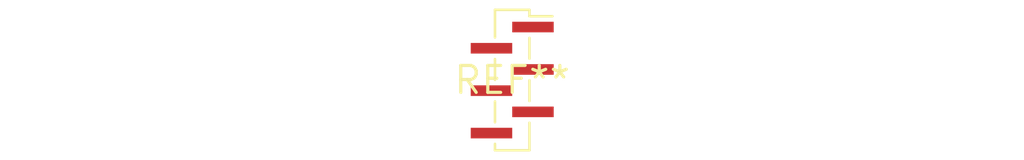
<source format=kicad_pcb>
(kicad_pcb (version 20240108) (generator pcbnew)
  (layers (0 "F.Cu" signal) (31 "B.Cu" signal) (34 "B.Paste" user) (35 "F.Paste" user) (36 "B.SilkS" user "B.Silkscreen") (37 "F.SilkS" user "F.Silkscreen") (38 "B.Mask" user) (39 "F.Mask" user) (44 "Edge.Cuts" user))
  (net 0 "")
  (footprint "PinSocket_1x06_P1.00mm_Vertical_SMD_Pin1Right" (layer "F.Cu") (at 0 0)
    (property "Reference" "REF**")
    (property "Value" "PinSocket_1x06_P1.00mm_Vertical_SMD_Pin1Right")
    (fp_line (start -0.81 -3.31) (end -0.81 -2.01) (layer "F.SilkS") (stroke (width 0.12)))
    (fp_line (start -0.81 -3.31) (end 0.81 -3.31) (layer "F.SilkS") (stroke (width 0.12)))
    (fp_line (start -0.81 -0.99) (end -0.81 -0.01) (layer "F.SilkS") (stroke (width 0.12)))
    (fp_line (start -0.81 1.01) (end -0.81 1.99) (layer "F.SilkS") (stroke (width 0.12)))
    (fp_line (start -0.81 3.01) (end -0.81 3.31) (layer "F.SilkS") (stroke (width 0.12)))
    (fp_line (start -0.81 3.31) (end 0.81 3.31) (layer "F.SilkS") (stroke (width 0.12)))
    (fp_line (start 0.81 -3.31) (end 0.81 -3.01) (layer "F.SilkS") (stroke (width 0.12)))
    (fp_line (start 0.81 -3.01) (end 1.89 -3.01) (layer "F.SilkS") (stroke (width 0.12)))
    (fp_line (start 0.81 -1.99) (end 0.81 -1.01) (layer "F.SilkS") (stroke (width 0.12)))
    (fp_line (start 0.81 0.01) (end 0.81 0.99) (layer "F.SilkS") (stroke (width 0.12)))
    (fp_line (start 0.81 2.01) (end 0.81 3.31) (layer "F.SilkS") (stroke (width 0.12)))
    (pad "1" smd rect (at 0.975 -2.5) (size 1.95 0.5) (layers "F.Cu" "F.Paste" "F.Mask"))
    (pad "2" smd rect (at -0.975 -1.5) (size 1.95 0.5) (layers "F.Cu" "F.Paste" "F.Mask"))
    (pad "3" smd rect (at 0.975 -0.5) (size 1.95 0.5) (layers "F.Cu" "F.Paste" "F.Mask"))
    (pad "4" smd rect (at -0.975 0.5) (size 1.95 0.5) (layers "F.Cu" "F.Paste" "F.Mask"))
    (pad "5" smd rect (at 0.975 1.5) (size 1.95 0.5) (layers "F.Cu" "F.Paste" "F.Mask"))
    (pad "6" smd rect (at -0.975 2.5) (size 1.95 0.5) (layers "F.Cu" "F.Paste" "F.Mask"))
  )
)
</source>
